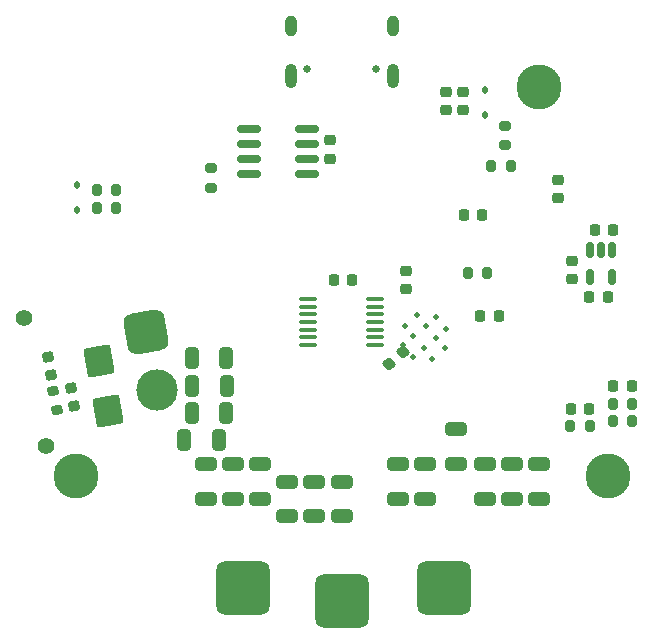
<source format=gbs>
%TF.GenerationSoftware,KiCad,Pcbnew,8.0.7*%
%TF.CreationDate,2025-07-12T21:06:11-07:00*%
%TF.ProjectId,FOCdriver,464f4364-7269-4766-9572-2e6b69636164,1.0*%
%TF.SameCoordinates,Original*%
%TF.FileFunction,Soldermask,Bot*%
%TF.FilePolarity,Negative*%
%FSLAX46Y46*%
G04 Gerber Fmt 4.6, Leading zero omitted, Abs format (unit mm)*
G04 Created by KiCad (PCBNEW 8.0.7) date 2025-07-12 21:06:11*
%MOMM*%
%LPD*%
G01*
G04 APERTURE LIST*
G04 Aperture macros list*
%AMRoundRect*
0 Rectangle with rounded corners*
0 $1 Rounding radius*
0 $2 $3 $4 $5 $6 $7 $8 $9 X,Y pos of 4 corners*
0 Add a 4 corners polygon primitive as box body*
4,1,4,$2,$3,$4,$5,$6,$7,$8,$9,$2,$3,0*
0 Add four circle primitives for the rounded corners*
1,1,$1+$1,$2,$3*
1,1,$1+$1,$4,$5*
1,1,$1+$1,$6,$7*
1,1,$1+$1,$8,$9*
0 Add four rect primitives between the rounded corners*
20,1,$1+$1,$2,$3,$4,$5,0*
20,1,$1+$1,$4,$5,$6,$7,0*
20,1,$1+$1,$6,$7,$8,$9,0*
20,1,$1+$1,$8,$9,$2,$3,0*%
G04 Aperture macros list end*
%ADD10C,3.800000*%
%ADD11C,0.550000*%
%ADD12C,1.800000*%
%ADD13RoundRect,0.675000X1.575000X-1.575000X1.575000X1.575000X-1.575000X1.575000X-1.575000X-1.575000X0*%
%ADD14C,1.400000*%
%ADD15RoundRect,0.770000X1.135287X-0.794936X0.794936X1.135287X-1.135287X0.794936X-0.794936X-1.135287X0*%
%ADD16C,3.500000*%
%ADD17C,0.650000*%
%ADD18O,1.000000X2.100000*%
%ADD19O,1.000000X1.800000*%
%ADD20C,0.499999*%
%ADD21RoundRect,0.250000X0.650000X-0.325000X0.650000X0.325000X-0.650000X0.325000X-0.650000X-0.325000X0*%
%ADD22RoundRect,0.225000X-0.250000X0.225000X-0.250000X-0.225000X0.250000X-0.225000X0.250000X0.225000X0*%
%ADD23RoundRect,0.225000X-0.225000X-0.250000X0.225000X-0.250000X0.225000X0.250000X-0.225000X0.250000X0*%
%ADD24RoundRect,0.150000X-0.150000X0.512500X-0.150000X-0.512500X0.150000X-0.512500X0.150000X0.512500X0*%
%ADD25RoundRect,0.200000X-0.200000X-0.275000X0.200000X-0.275000X0.200000X0.275000X-0.200000X0.275000X0*%
%ADD26RoundRect,0.200000X0.200000X0.275000X-0.200000X0.275000X-0.200000X-0.275000X0.200000X-0.275000X0*%
%ADD27RoundRect,0.225000X-0.285273X0.178170X-0.207131X-0.264994X0.285273X-0.178170X0.207131X0.264994X0*%
%ADD28RoundRect,0.150000X0.825000X0.150000X-0.825000X0.150000X-0.825000X-0.150000X0.825000X-0.150000X0*%
%ADD29RoundRect,0.225000X0.250000X-0.225000X0.250000X0.225000X-0.250000X0.225000X-0.250000X-0.225000X0*%
%ADD30RoundRect,0.200000X-0.275000X0.200000X-0.275000X-0.200000X0.275000X-0.200000X0.275000X0.200000X0*%
%ADD31RoundRect,0.250000X-1.059975X0.828524X-0.712679X-1.141091X1.059975X-0.828524X0.712679X1.141091X0*%
%ADD32RoundRect,0.200000X-0.305552X0.149208X-0.236092X-0.244715X0.305552X-0.149208X0.236092X0.244715X0*%
%ADD33RoundRect,0.100000X-0.637500X-0.100000X0.637500X-0.100000X0.637500X0.100000X-0.637500X0.100000X0*%
%ADD34RoundRect,0.225000X0.225000X0.250000X-0.225000X0.250000X-0.225000X-0.250000X0.225000X-0.250000X0*%
%ADD35RoundRect,0.112500X-0.112500X0.187500X-0.112500X-0.187500X0.112500X-0.187500X0.112500X0.187500X0*%
%ADD36RoundRect,0.250000X-0.325000X-0.650000X0.325000X-0.650000X0.325000X0.650000X-0.325000X0.650000X0*%
%ADD37RoundRect,0.225000X0.011663X0.336138X-0.333057X0.046884X-0.011663X-0.336138X0.333057X-0.046884X0*%
G04 APERTURE END LIST*
D10*
%TO.C,H1*%
X122516661Y-63000000D03*
%TD*%
%TO.C,H3*%
X116712478Y-30082844D03*
%TD*%
D11*
%TO.C,J4*%
X91150000Y-74450000D03*
X91650000Y-74450000D03*
X92150000Y-74450000D03*
X91150000Y-74050000D03*
X91650000Y-74050000D03*
X92150000Y-74050000D03*
D12*
X90300000Y-73825000D03*
X93000000Y-73825000D03*
D11*
X91150000Y-73650000D03*
X91650000Y-73650000D03*
X92150000Y-73650000D03*
X89675000Y-72975000D03*
X90075000Y-72975000D03*
X90475000Y-72975000D03*
X92825000Y-72975000D03*
X93225000Y-72975000D03*
X93625000Y-72975000D03*
X89675000Y-72475000D03*
X90075000Y-72475000D03*
X90475000Y-72475000D03*
D13*
X91650000Y-72475000D03*
D11*
X92825000Y-72475000D03*
X93225000Y-72475000D03*
X93625000Y-72475000D03*
X89675000Y-71975000D03*
X90075000Y-71975000D03*
X90475000Y-71975000D03*
X92825000Y-71975000D03*
X93225000Y-71975000D03*
X93625000Y-71975000D03*
X91150000Y-71300000D03*
X91650000Y-71300000D03*
X92150000Y-71300000D03*
D12*
X90300000Y-71125000D03*
X93000000Y-71125000D03*
D11*
X91150000Y-70900000D03*
X91650000Y-70900000D03*
X92150000Y-70900000D03*
X91150000Y-70500000D03*
X91650000Y-70500000D03*
X92150000Y-70500000D03*
%TD*%
D10*
%TO.C,H2*%
X77483340Y-63000000D03*
%TD*%
D14*
%TO.C,J3*%
X75001225Y-60451900D03*
X73091095Y-49619015D03*
D15*
X83460117Y-50836956D03*
D16*
X84328358Y-55760995D03*
%TD*%
D11*
%TO.C,J5*%
X99500000Y-75600000D03*
X100000000Y-75600000D03*
X100500000Y-75600000D03*
X99500000Y-75200000D03*
X100000000Y-75200000D03*
X100500000Y-75200000D03*
D12*
X98650000Y-74975000D03*
X101350000Y-74975000D03*
D11*
X99500000Y-74800000D03*
X100000000Y-74800000D03*
X100500000Y-74800000D03*
X98025000Y-74125000D03*
X98425000Y-74125000D03*
X98825000Y-74125000D03*
X101175000Y-74125000D03*
X101575000Y-74125000D03*
X101975000Y-74125000D03*
X98025000Y-73625000D03*
X98425000Y-73625000D03*
X98825000Y-73625000D03*
D13*
X100000000Y-73625000D03*
D11*
X101175000Y-73625000D03*
X101575000Y-73625000D03*
X101975000Y-73625000D03*
X98025000Y-73125000D03*
X98425000Y-73125000D03*
X98825000Y-73125000D03*
X101175000Y-73125000D03*
X101575000Y-73125000D03*
X101975000Y-73125000D03*
X99500000Y-72450000D03*
X100000000Y-72450000D03*
X100500000Y-72450000D03*
D12*
X98650000Y-72275000D03*
X101350000Y-72275000D03*
D11*
X99500000Y-72050000D03*
X100000000Y-72050000D03*
X100500000Y-72050000D03*
X99500000Y-71650000D03*
X100000000Y-71650000D03*
X100500000Y-71650000D03*
%TD*%
D17*
%TO.C,J1*%
X102890000Y-28605000D03*
X97110000Y-28605000D03*
D18*
X104320000Y-29125000D03*
D19*
X104320000Y-24925000D03*
D18*
X95680000Y-29125000D03*
D19*
X95680000Y-24925000D03*
%TD*%
D11*
%TO.C,J6*%
X108150000Y-74475000D03*
X108650000Y-74475000D03*
X109150000Y-74475000D03*
X108150000Y-74075000D03*
X108650000Y-74075000D03*
X109150000Y-74075000D03*
D12*
X107300000Y-73850000D03*
X110000000Y-73850000D03*
D11*
X108150000Y-73675000D03*
X108650000Y-73675000D03*
X109150000Y-73675000D03*
X106675000Y-73000000D03*
X107075000Y-73000000D03*
X107475000Y-73000000D03*
X109825000Y-73000000D03*
X110225000Y-73000000D03*
X110625000Y-73000000D03*
X106675000Y-72500000D03*
X107075000Y-72500000D03*
X107475000Y-72500000D03*
D13*
X108650000Y-72500000D03*
D11*
X109825000Y-72500000D03*
X110225000Y-72500000D03*
X110625000Y-72500000D03*
X106675000Y-72000000D03*
X107075000Y-72000000D03*
X107475000Y-72000000D03*
X109825000Y-72000000D03*
X110225000Y-72000000D03*
X110625000Y-72000000D03*
X108150000Y-71325000D03*
X108650000Y-71325000D03*
X109150000Y-71325000D03*
D12*
X107300000Y-71150000D03*
X110000000Y-71150000D03*
D11*
X108150000Y-70925000D03*
X108650000Y-70925000D03*
X109150000Y-70925000D03*
X108150000Y-70525000D03*
X108650000Y-70525000D03*
X109150000Y-70525000D03*
%TD*%
D20*
%TO.C,U3*%
X105186404Y-51916148D03*
X106067023Y-52965629D03*
X105326917Y-50310079D03*
X106059695Y-51183370D03*
X106940314Y-52232851D03*
X107673092Y-53106142D03*
X106376398Y-49429460D03*
X107109176Y-50302751D03*
X107989795Y-51352232D03*
X108722573Y-52225523D03*
X107982467Y-49569973D03*
X108863086Y-50619454D03*
%TD*%
D21*
%TO.C,C38*%
X93100000Y-64950000D03*
X93100000Y-62000000D03*
%TD*%
%TO.C,C24*%
X97675000Y-66450000D03*
X97675000Y-63500000D03*
%TD*%
D22*
%TO.C,C12*%
X99055000Y-34625000D03*
X99055000Y-36175000D03*
%TD*%
D23*
%TO.C,C41*%
X119400000Y-57325000D03*
X120950000Y-57325000D03*
%TD*%
D24*
%TO.C,U5*%
X121025000Y-43887500D03*
X121975000Y-43887500D03*
X122925000Y-43887500D03*
X122925000Y-46162500D03*
X121025000Y-46162500D03*
%TD*%
D21*
%TO.C,C27*%
X109700000Y-61975000D03*
X109700000Y-59025000D03*
%TD*%
%TO.C,C34*%
X114400000Y-64975000D03*
X114400000Y-62025000D03*
%TD*%
D23*
%TO.C,C62*%
X99350000Y-46400000D03*
X100900000Y-46400000D03*
%TD*%
D25*
%TO.C,R9*%
X79250001Y-38800001D03*
X80899999Y-38799999D03*
%TD*%
D26*
%TO.C,R12*%
X112325000Y-45850000D03*
X110675000Y-45850000D03*
%TD*%
D27*
%TO.C,C43*%
X77065423Y-55586774D03*
X77334579Y-57113226D03*
%TD*%
D28*
%TO.C,U2*%
X97100000Y-33630000D03*
X97100000Y-34900000D03*
X97100000Y-36170000D03*
X97100000Y-37440000D03*
X92150000Y-37440000D03*
X92150000Y-36170000D03*
X92150000Y-34900000D03*
X92150000Y-33630000D03*
%TD*%
D29*
%TO.C,C16*%
X119500000Y-46350000D03*
X119500000Y-44800000D03*
%TD*%
D30*
%TO.C,R24*%
X113800000Y-33375000D03*
X113800000Y-35025000D03*
%TD*%
D21*
%TO.C,C39*%
X95400000Y-66450000D03*
X95400000Y-63500000D03*
%TD*%
D31*
%TO.C,D3*%
X79470038Y-53316838D03*
X80216724Y-57551510D03*
%TD*%
D32*
%TO.C,R11*%
X75600000Y-55800000D03*
X75886520Y-57424932D03*
%TD*%
D25*
%TO.C,R25*%
X112674293Y-36799293D03*
X114324293Y-36799293D03*
%TD*%
D21*
%TO.C,C30*%
X100000000Y-66450000D03*
X100000000Y-63500000D03*
%TD*%
%TO.C,C37*%
X90800000Y-64950000D03*
X90800000Y-62000000D03*
%TD*%
D33*
%TO.C,U8*%
X97137500Y-51950000D03*
X97137500Y-51300000D03*
X97137500Y-50650000D03*
X97137500Y-50000000D03*
X97137500Y-49350000D03*
X97137500Y-48700000D03*
X97137500Y-48050000D03*
X102862500Y-48050000D03*
X102862500Y-48700000D03*
X102862500Y-49350000D03*
X102862500Y-50000000D03*
X102862500Y-50650000D03*
X102862500Y-51300000D03*
X102862500Y-51950000D03*
%TD*%
D21*
%TO.C,C36*%
X88500000Y-64975000D03*
X88500000Y-62025000D03*
%TD*%
D27*
%TO.C,C42*%
X75099104Y-52936014D03*
X75368260Y-54462466D03*
%TD*%
D34*
%TO.C,C15*%
X122975000Y-42225000D03*
X121425000Y-42225000D03*
%TD*%
D21*
%TO.C,C33*%
X112100000Y-64975000D03*
X112100000Y-62025000D03*
%TD*%
D22*
%TO.C,C13*%
X108800000Y-30500000D03*
X108800000Y-32050000D03*
%TD*%
D21*
%TO.C,C32*%
X107100000Y-64950000D03*
X107100000Y-62000000D03*
%TD*%
D30*
%TO.C,R3*%
X88900000Y-36975000D03*
X88900000Y-38625000D03*
%TD*%
D22*
%TO.C,C2*%
X118340000Y-37940000D03*
X118340000Y-39490000D03*
%TD*%
D35*
%TO.C,D12*%
X77575000Y-38400000D03*
X77575000Y-40500000D03*
%TD*%
D36*
%TO.C,C28*%
X87300000Y-53000000D03*
X90250000Y-53000000D03*
%TD*%
%TO.C,C35*%
X86625000Y-60000000D03*
X89575000Y-60000000D03*
%TD*%
D23*
%TO.C,C52*%
X111745000Y-49460000D03*
X113295000Y-49460000D03*
%TD*%
D35*
%TO.C,D1*%
X112100000Y-30350000D03*
X112100000Y-32450000D03*
%TD*%
D26*
%TO.C,R7*%
X124600000Y-56925000D03*
X122950000Y-56925000D03*
%TD*%
D21*
%TO.C,C31*%
X104800000Y-64950000D03*
X104800000Y-62000000D03*
%TD*%
D37*
%TO.C,C49*%
X105233685Y-52531839D03*
X104046315Y-53528161D03*
%TD*%
D22*
%TO.C,C50*%
X105425000Y-45650000D03*
X105425000Y-47200000D03*
%TD*%
D26*
%TO.C,R8*%
X80900000Y-40350000D03*
X79250000Y-40350000D03*
%TD*%
D22*
%TO.C,C14*%
X110300000Y-30500000D03*
X110300000Y-32050000D03*
%TD*%
D36*
%TO.C,C29*%
X87325000Y-55400000D03*
X90275000Y-55400000D03*
%TD*%
D25*
%TO.C,R6*%
X122950000Y-58400000D03*
X124600000Y-58400000D03*
%TD*%
D34*
%TO.C,C11*%
X111900000Y-40950000D03*
X110350000Y-40950000D03*
%TD*%
D23*
%TO.C,C40*%
X123000000Y-55450000D03*
X124550000Y-55450000D03*
%TD*%
D36*
%TO.C,C26*%
X87300000Y-57700000D03*
X90250000Y-57700000D03*
%TD*%
D23*
%TO.C,C17*%
X120975000Y-47850000D03*
X122525000Y-47850000D03*
%TD*%
D26*
%TO.C,R10*%
X121000000Y-58800000D03*
X119350000Y-58800000D03*
%TD*%
D21*
%TO.C,C25*%
X116700000Y-64975000D03*
X116700000Y-62025000D03*
%TD*%
M02*

</source>
